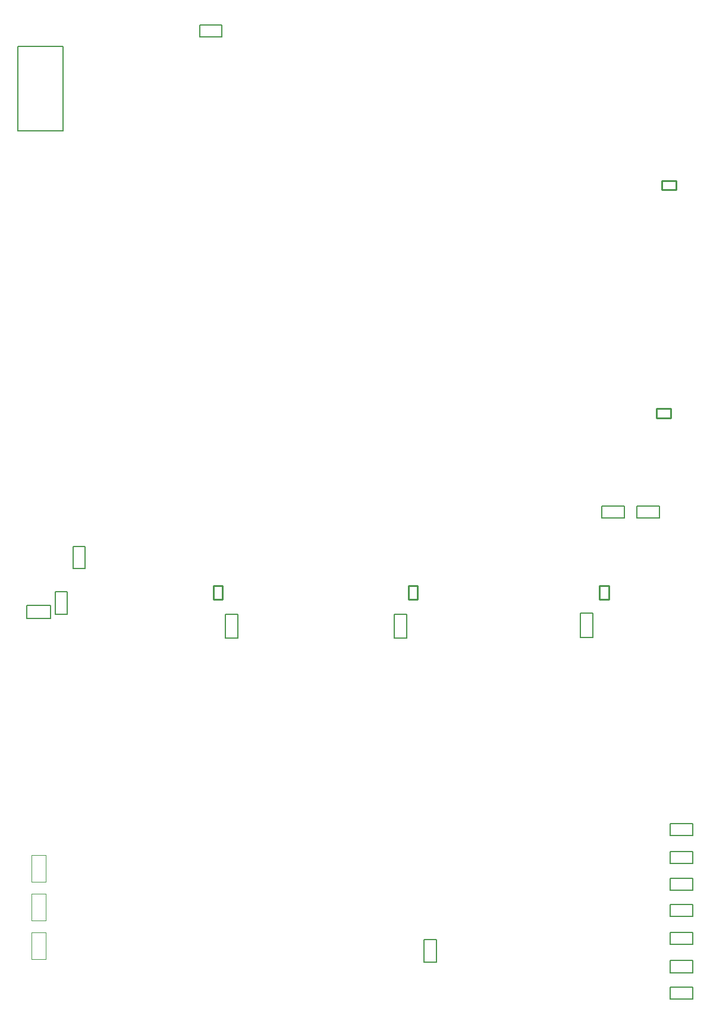
<source format=gbr>
G04*
G04 #@! TF.GenerationSoftware,Altium Limited,Altium Designer,24.1.2 (44)*
G04*
G04 Layer_Color=32768*
%FSLAX25Y25*%
%MOIN*%
G70*
G04*
G04 #@! TF.SameCoordinates,A85318EA-E4D8-42E9-B0A6-CF3BD3DAF5E5*
G04*
G04*
G04 #@! TF.FilePolarity,Positive*
G04*
G01*
G75*
%ADD12C,0.01000*%
%ADD13C,0.00787*%
%ADD16C,0.00394*%
D12*
X826461Y570866D02*
Y578740D01*
X821358D02*
X826461D01*
X821358Y570866D02*
Y578740D01*
Y570866D02*
X826461D01*
X935713D02*
Y578740D01*
X930610D02*
X935713D01*
X930610Y570866D02*
Y578740D01*
Y570866D02*
X935713D01*
X1042996D02*
Y578740D01*
X1037894D02*
X1042996D01*
X1037894Y570866D02*
Y578740D01*
Y570866D02*
X1042996D01*
X1069882Y677839D02*
X1077756D01*
X1069882Y672736D02*
Y677839D01*
Y672736D02*
X1077756D01*
Y677839D01*
X1072835Y800508D02*
Y805610D01*
X1080709D01*
Y800508D02*
Y805610D01*
X1072835Y800508D02*
X1080709D01*
D13*
X1071260Y616732D02*
Y623425D01*
X1058661Y616732D02*
X1071260D01*
X1058661D02*
Y623425D01*
X1071260D01*
X1051575Y616732D02*
Y623425D01*
X1038976Y616732D02*
X1051575D01*
X1038976D02*
Y623425D01*
X1051575D01*
X749409Y588189D02*
Y600787D01*
X742717D02*
X749409D01*
X742717Y588189D02*
Y600787D01*
Y588189D02*
X749409D01*
X1077362Y445276D02*
X1089961D01*
X1077362Y438583D02*
Y445276D01*
Y438583D02*
X1089961D01*
Y445276D01*
X939567Y380315D02*
X946260D01*
Y367717D02*
Y380315D01*
X939567Y367717D02*
X946260D01*
X939567D02*
Y380315D01*
X1077362Y353740D02*
X1089961D01*
X1077362Y347047D02*
Y353740D01*
Y347047D02*
X1089961D01*
Y353740D01*
X1077362Y368504D02*
X1089961D01*
X1077362Y361811D02*
Y368504D01*
Y361811D02*
X1089961D01*
Y368504D01*
X1077362Y384252D02*
X1089961D01*
X1077362Y377559D02*
Y384252D01*
Y377559D02*
X1089961D01*
Y384252D01*
X1077362Y400000D02*
X1089961D01*
X1077362Y393307D02*
Y400000D01*
Y393307D02*
X1089961D01*
Y400000D01*
X1077362Y429528D02*
X1089961D01*
X1077362Y422835D02*
Y429528D01*
Y422835D02*
X1089961D01*
Y429528D01*
X1077362Y414764D02*
X1089961D01*
X1077362Y408071D02*
Y414764D01*
Y408071D02*
X1089961D01*
Y414764D01*
X1026968Y563189D02*
X1034055D01*
Y549803D02*
Y563189D01*
X1026968Y549803D02*
X1034055D01*
X1026968D02*
Y563189D01*
X922638Y562795D02*
X929724D01*
Y549409D02*
Y562795D01*
X922638Y549409D02*
X929724D01*
X922638D02*
Y562795D01*
X828150D02*
X835236D01*
Y549409D02*
Y562795D01*
X828150Y549409D02*
X835236D01*
X828150D02*
Y562795D01*
X730118Y560433D02*
Y567520D01*
X716732Y560433D02*
X730118D01*
X716732D02*
Y567520D01*
X730118D01*
X732874Y562598D02*
X739567D01*
X732874D02*
Y575197D01*
X739567D01*
Y562598D02*
Y575197D01*
X813583Y886417D02*
X826181D01*
Y893110D01*
X813583D02*
X826181D01*
X813583Y886417D02*
Y893110D01*
X711614Y833740D02*
Y880984D01*
Y833740D02*
X737205D01*
Y880984D01*
X711614D02*
X737205D01*
D16*
X719410Y369468D02*
Y384469D01*
Y369468D02*
X727441D01*
Y384469D01*
X719410D02*
X727441D01*
X719410Y412776D02*
Y427776D01*
Y412776D02*
X727441D01*
Y427776D01*
X719410D02*
X727441D01*
X719410Y391122D02*
Y406122D01*
Y391122D02*
X727441D01*
Y406122D01*
X719410D02*
X727441D01*
M02*

</source>
